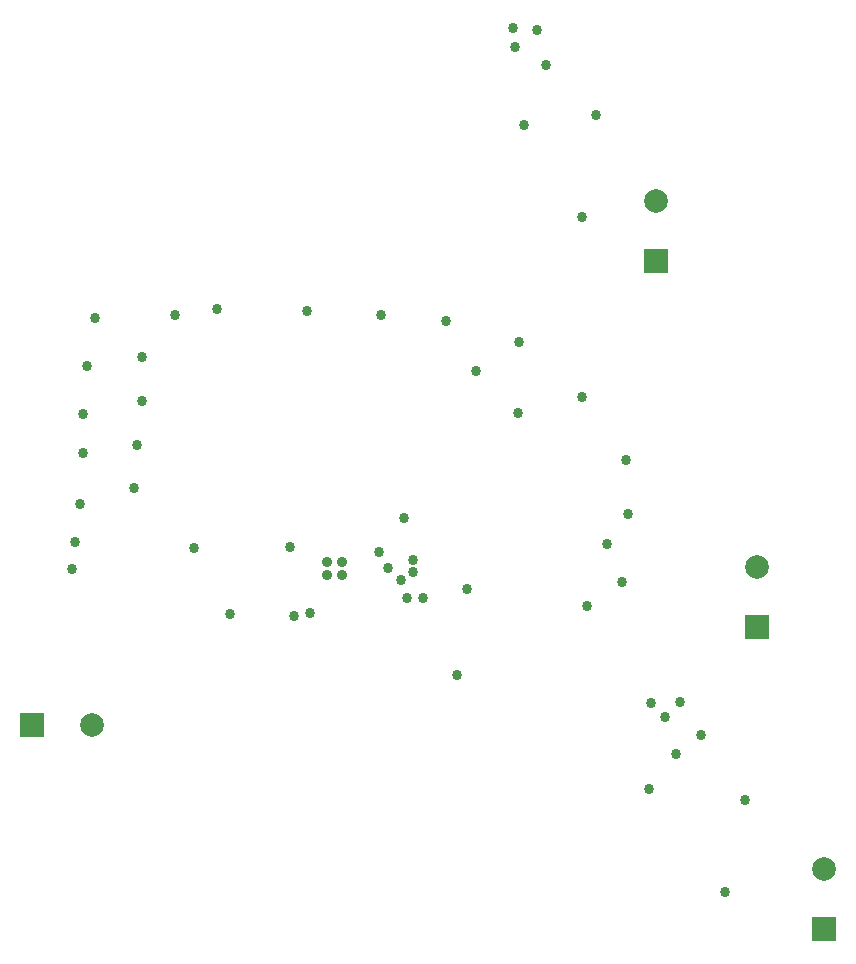
<source format=gbs>
G04*
G04 #@! TF.GenerationSoftware,Altium Limited,Altium Designer,22.10.1 (41)*
G04*
G04 Layer_Color=16711935*
%FSLAX24Y24*%
%MOIN*%
G70*
G04*
G04 #@! TF.SameCoordinates,BB6D0E27-544A-47F7-A8B6-121398B6A664*
G04*
G04*
G04 #@! TF.FilePolarity,Negative*
G04*
G01*
G75*
%ADD64R,0.0789X0.0789*%
%ADD65C,0.0789*%
%ADD66R,0.0789X0.0789*%
%ADD67C,0.0360*%
%ADD68C,0.0340*%
D64*
X47972Y25841D02*
D03*
X50197Y15766D02*
D03*
X44596Y38049D02*
D03*
D65*
X47972Y27841D02*
D03*
X44596Y40049D02*
D03*
X25797Y22589D02*
D03*
X50197Y17766D02*
D03*
D66*
X23797Y22589D02*
D03*
D67*
X33638Y28016D02*
D03*
X34138D02*
D03*
X33638Y27566D02*
D03*
X34138D02*
D03*
D68*
X32380Y28520D02*
D03*
X27185Y30482D02*
D03*
X29203Y28465D02*
D03*
X44902Y22854D02*
D03*
X45266Y21604D02*
D03*
X45394Y23327D02*
D03*
X44429Y23297D02*
D03*
X25118Y27776D02*
D03*
X25236Y28661D02*
D03*
X25394Y29941D02*
D03*
X27303Y31919D02*
D03*
X25492Y31634D02*
D03*
X27441Y33386D02*
D03*
X25502Y32933D02*
D03*
X27469Y34850D02*
D03*
X25620Y34528D02*
D03*
X25876Y36152D02*
D03*
X28553Y36250D02*
D03*
X29951Y36447D02*
D03*
X32963Y36358D02*
D03*
X35424Y36239D02*
D03*
X37579Y36053D02*
D03*
X40020Y35325D02*
D03*
X38573Y34370D02*
D03*
X42118Y33495D02*
D03*
X42274Y26555D02*
D03*
X42953Y28612D02*
D03*
X43465Y27352D02*
D03*
X39892Y45167D02*
D03*
X40630Y45728D02*
D03*
X39823Y45807D02*
D03*
X40187Y42579D02*
D03*
X37953Y24252D02*
D03*
X36073Y27392D02*
D03*
X43593Y31398D02*
D03*
X39990Y32963D02*
D03*
X43661Y29616D02*
D03*
X38278Y27106D02*
D03*
X36181Y29478D02*
D03*
X36293Y26815D02*
D03*
X36834D02*
D03*
X36486Y27657D02*
D03*
Y28061D02*
D03*
X35659Y27795D02*
D03*
X35344Y28337D02*
D03*
X30394Y26260D02*
D03*
X33071Y26309D02*
D03*
X32539Y26211D02*
D03*
X40925Y44557D02*
D03*
X42126Y39508D02*
D03*
X42579Y42894D02*
D03*
X44360Y20423D02*
D03*
X46102Y22254D02*
D03*
X47552Y20078D02*
D03*
X46902Y17017D02*
D03*
M02*

</source>
